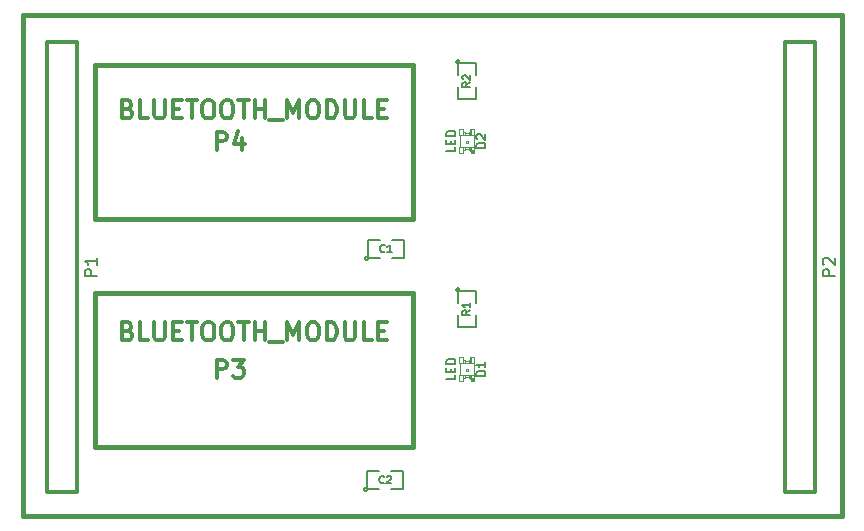
<source format=gto>
G04 (created by PCBNEW-RS274X (2011-oct-15)-testing) date Qui 03 Nov 2011 22:48:38 WET*
G01*
G70*
G90*
%MOIN*%
G04 Gerber Fmt 3.4, Leading zero omitted, Abs format*
%FSLAX34Y34*%
G04 APERTURE LIST*
%ADD10C,0.006000*%
%ADD11C,0.015000*%
%ADD12C,0.012000*%
%ADD13C,0.005000*%
%ADD14C,0.002600*%
%ADD15C,0.004000*%
%ADD16C,0.002000*%
%ADD17C,0.008000*%
G04 APERTURE END LIST*
G54D10*
G54D11*
X00100Y16800D02*
X00100Y16600D01*
X27400Y16800D02*
X00100Y16800D01*
X27400Y16600D02*
X27400Y16800D01*
X27400Y00100D02*
X27400Y16600D01*
X27000Y00100D02*
X27400Y00100D01*
X27300Y00100D02*
X27000Y00100D01*
X00100Y16600D02*
X00100Y00100D01*
X00600Y00100D02*
X00100Y00100D01*
X00600Y00100D02*
X27100Y00100D01*
G54D12*
X01900Y00900D02*
X00900Y00900D01*
X01900Y05900D02*
X01900Y00900D01*
X00900Y00900D02*
X00900Y05900D01*
X00900Y10900D02*
X00900Y15900D01*
X01900Y15900D02*
X01900Y10900D01*
X01900Y15900D02*
X00900Y15900D01*
X01900Y10900D02*
X01900Y05900D01*
X00900Y05900D02*
X00900Y10900D01*
X26500Y00900D02*
X25500Y00900D01*
X26500Y05900D02*
X26500Y00900D01*
X25500Y00900D02*
X25500Y05900D01*
X25500Y10900D02*
X25500Y15900D01*
X26500Y15900D02*
X26500Y10900D01*
X26500Y15900D02*
X25500Y15900D01*
X26500Y10900D02*
X26500Y05900D01*
X25500Y05900D02*
X25500Y10900D01*
G54D13*
X14650Y07650D02*
X14649Y07641D01*
X14646Y07631D01*
X14641Y07623D01*
X14635Y07615D01*
X14627Y07609D01*
X14619Y07604D01*
X14610Y07602D01*
X14600Y07601D01*
X14591Y07601D01*
X14582Y07604D01*
X14573Y07609D01*
X14566Y07615D01*
X14559Y07622D01*
X14555Y07631D01*
X14552Y07640D01*
X14551Y07650D01*
X14551Y07659D01*
X14554Y07668D01*
X14558Y07677D01*
X14565Y07684D01*
X14572Y07691D01*
X14580Y07695D01*
X14590Y07698D01*
X14599Y07699D01*
X14608Y07699D01*
X14618Y07696D01*
X14626Y07692D01*
X14634Y07686D01*
X14640Y07678D01*
X14645Y07670D01*
X14648Y07661D01*
X14649Y07651D01*
X14650Y07650D01*
X14600Y07200D02*
X14600Y07600D01*
X14600Y07600D02*
X15200Y07600D01*
X15200Y07600D02*
X15200Y07200D01*
X15200Y06800D02*
X15200Y06400D01*
X15200Y06400D02*
X14600Y06400D01*
X14600Y06400D02*
X14600Y06800D01*
X14650Y15250D02*
X14649Y15241D01*
X14646Y15231D01*
X14641Y15223D01*
X14635Y15215D01*
X14627Y15209D01*
X14619Y15204D01*
X14610Y15202D01*
X14600Y15201D01*
X14591Y15201D01*
X14582Y15204D01*
X14573Y15209D01*
X14566Y15215D01*
X14559Y15222D01*
X14555Y15231D01*
X14552Y15240D01*
X14551Y15250D01*
X14551Y15259D01*
X14554Y15268D01*
X14558Y15277D01*
X14565Y15284D01*
X14572Y15291D01*
X14580Y15295D01*
X14590Y15298D01*
X14599Y15299D01*
X14608Y15299D01*
X14618Y15296D01*
X14626Y15292D01*
X14634Y15286D01*
X14640Y15278D01*
X14645Y15270D01*
X14648Y15261D01*
X14649Y15251D01*
X14650Y15250D01*
X14600Y14800D02*
X14600Y15200D01*
X14600Y15200D02*
X15200Y15200D01*
X15200Y15200D02*
X15200Y14800D01*
X15200Y14400D02*
X15200Y14000D01*
X15200Y14000D02*
X14600Y14000D01*
X14600Y14000D02*
X14600Y14400D01*
G54D14*
X14782Y04804D02*
X14654Y04804D01*
X14654Y04804D02*
X14654Y04607D01*
X14782Y04607D02*
X14654Y04607D01*
X14782Y04804D02*
X14782Y04607D01*
X15027Y04804D02*
X14968Y04804D01*
X14968Y04804D02*
X14968Y04705D01*
X15027Y04705D02*
X14968Y04705D01*
X15027Y04804D02*
X15027Y04705D01*
X14832Y04804D02*
X14773Y04804D01*
X14773Y04804D02*
X14773Y04705D01*
X14832Y04705D02*
X14773Y04705D01*
X14832Y04804D02*
X14832Y04705D01*
X14978Y04804D02*
X14822Y04804D01*
X14822Y04804D02*
X14822Y04735D01*
X14978Y04735D02*
X14822Y04735D01*
X14978Y04804D02*
X14978Y04735D01*
X14782Y05393D02*
X14654Y05393D01*
X14654Y05393D02*
X14654Y05196D01*
X14782Y05196D02*
X14654Y05196D01*
X14782Y05393D02*
X14782Y05196D01*
X15146Y05393D02*
X15018Y05393D01*
X15018Y05393D02*
X15018Y05196D01*
X15146Y05196D02*
X15018Y05196D01*
X15146Y05393D02*
X15146Y05196D01*
X14832Y05295D02*
X14773Y05295D01*
X14773Y05295D02*
X14773Y05196D01*
X14832Y05196D02*
X14773Y05196D01*
X14832Y05295D02*
X14832Y05196D01*
X15027Y05295D02*
X14968Y05295D01*
X14968Y05295D02*
X14968Y05196D01*
X15027Y05196D02*
X14968Y05196D01*
X15027Y05295D02*
X15027Y05196D01*
X14978Y05265D02*
X14822Y05265D01*
X14822Y05265D02*
X14822Y05196D01*
X14978Y05196D02*
X14822Y05196D01*
X14978Y05265D02*
X14978Y05196D01*
X14939Y05000D02*
X14861Y05000D01*
X14861Y05000D02*
X14861Y04922D01*
X14939Y04922D02*
X14861Y04922D01*
X14939Y05000D02*
X14939Y04922D01*
X15136Y04804D02*
X15018Y04804D01*
X15018Y04804D02*
X15018Y04686D01*
X15136Y04686D02*
X15018Y04686D01*
X15136Y04804D02*
X15136Y04686D01*
X15146Y04636D02*
X15057Y04636D01*
X15057Y04636D02*
X15057Y04607D01*
X15146Y04607D02*
X15057Y04607D01*
X15146Y04636D02*
X15146Y04607D01*
G54D15*
X14674Y04794D02*
X14674Y05206D01*
X15126Y05196D02*
X15126Y04636D01*
G54D16*
X15105Y04666D02*
X15104Y04661D01*
X15102Y04656D01*
X15100Y04651D01*
X15096Y04647D01*
X15092Y04643D01*
X15087Y04641D01*
X15082Y04639D01*
X15077Y04639D01*
X15072Y04639D01*
X15067Y04641D01*
X15062Y04643D01*
X15058Y04646D01*
X15054Y04651D01*
X15052Y04655D01*
X15050Y04661D01*
X15050Y04666D01*
X15050Y04671D01*
X15051Y04676D01*
X15054Y04681D01*
X15057Y04685D01*
X15062Y04688D01*
X15066Y04691D01*
X15071Y04693D01*
X15077Y04693D01*
X15081Y04693D01*
X15087Y04692D01*
X15092Y04689D01*
X15096Y04686D01*
X15099Y04682D01*
X15102Y04677D01*
X15104Y04672D01*
X15104Y04666D01*
X15105Y04666D01*
G54D15*
X15037Y04607D02*
X15036Y04618D01*
X15034Y04630D01*
X15032Y04642D01*
X15028Y04653D01*
X15024Y04664D01*
X15018Y04675D01*
X15012Y04685D01*
X15004Y04695D01*
X14996Y04703D01*
X14988Y04711D01*
X14978Y04719D01*
X14968Y04725D01*
X14957Y04731D01*
X14946Y04735D01*
X14935Y04739D01*
X14923Y04741D01*
X14911Y04743D01*
X14900Y04744D01*
X14889Y04743D01*
X14877Y04741D01*
X14865Y04739D01*
X14854Y04735D01*
X14843Y04731D01*
X14832Y04725D01*
X14822Y04719D01*
X14812Y04711D01*
X14804Y04703D01*
X14796Y04695D01*
X14788Y04685D01*
X14782Y04675D01*
X14776Y04664D01*
X14772Y04653D01*
X14768Y04642D01*
X14766Y04630D01*
X14764Y04618D01*
X14763Y04607D01*
X14763Y05393D02*
X14764Y05382D01*
X14766Y05370D01*
X14768Y05358D01*
X14772Y05347D01*
X14776Y05336D01*
X14782Y05325D01*
X14788Y05315D01*
X14796Y05305D01*
X14804Y05297D01*
X14812Y05289D01*
X14822Y05281D01*
X14832Y05275D01*
X14843Y05269D01*
X14854Y05265D01*
X14865Y05261D01*
X14877Y05259D01*
X14889Y05257D01*
X14900Y05256D01*
X14911Y05257D01*
X14923Y05259D01*
X14935Y05261D01*
X14946Y05265D01*
X14957Y05269D01*
X14968Y05275D01*
X14978Y05281D01*
X14988Y05289D01*
X14996Y05297D01*
X15004Y05305D01*
X15012Y05315D01*
X15018Y05325D01*
X15024Y05336D01*
X15028Y05347D01*
X15032Y05358D01*
X15034Y05370D01*
X15036Y05382D01*
X15037Y05393D01*
G54D14*
X14782Y12404D02*
X14654Y12404D01*
X14654Y12404D02*
X14654Y12207D01*
X14782Y12207D02*
X14654Y12207D01*
X14782Y12404D02*
X14782Y12207D01*
X15027Y12404D02*
X14968Y12404D01*
X14968Y12404D02*
X14968Y12305D01*
X15027Y12305D02*
X14968Y12305D01*
X15027Y12404D02*
X15027Y12305D01*
X14832Y12404D02*
X14773Y12404D01*
X14773Y12404D02*
X14773Y12305D01*
X14832Y12305D02*
X14773Y12305D01*
X14832Y12404D02*
X14832Y12305D01*
X14978Y12404D02*
X14822Y12404D01*
X14822Y12404D02*
X14822Y12335D01*
X14978Y12335D02*
X14822Y12335D01*
X14978Y12404D02*
X14978Y12335D01*
X14782Y12993D02*
X14654Y12993D01*
X14654Y12993D02*
X14654Y12796D01*
X14782Y12796D02*
X14654Y12796D01*
X14782Y12993D02*
X14782Y12796D01*
X15146Y12993D02*
X15018Y12993D01*
X15018Y12993D02*
X15018Y12796D01*
X15146Y12796D02*
X15018Y12796D01*
X15146Y12993D02*
X15146Y12796D01*
X14832Y12895D02*
X14773Y12895D01*
X14773Y12895D02*
X14773Y12796D01*
X14832Y12796D02*
X14773Y12796D01*
X14832Y12895D02*
X14832Y12796D01*
X15027Y12895D02*
X14968Y12895D01*
X14968Y12895D02*
X14968Y12796D01*
X15027Y12796D02*
X14968Y12796D01*
X15027Y12895D02*
X15027Y12796D01*
X14978Y12865D02*
X14822Y12865D01*
X14822Y12865D02*
X14822Y12796D01*
X14978Y12796D02*
X14822Y12796D01*
X14978Y12865D02*
X14978Y12796D01*
X14939Y12600D02*
X14861Y12600D01*
X14861Y12600D02*
X14861Y12522D01*
X14939Y12522D02*
X14861Y12522D01*
X14939Y12600D02*
X14939Y12522D01*
X15136Y12404D02*
X15018Y12404D01*
X15018Y12404D02*
X15018Y12286D01*
X15136Y12286D02*
X15018Y12286D01*
X15136Y12404D02*
X15136Y12286D01*
X15146Y12236D02*
X15057Y12236D01*
X15057Y12236D02*
X15057Y12207D01*
X15146Y12207D02*
X15057Y12207D01*
X15146Y12236D02*
X15146Y12207D01*
G54D15*
X14674Y12394D02*
X14674Y12806D01*
X15126Y12796D02*
X15126Y12236D01*
G54D16*
X15105Y12266D02*
X15104Y12261D01*
X15102Y12256D01*
X15100Y12251D01*
X15096Y12247D01*
X15092Y12243D01*
X15087Y12241D01*
X15082Y12239D01*
X15077Y12239D01*
X15072Y12239D01*
X15067Y12241D01*
X15062Y12243D01*
X15058Y12246D01*
X15054Y12251D01*
X15052Y12255D01*
X15050Y12261D01*
X15050Y12266D01*
X15050Y12271D01*
X15051Y12276D01*
X15054Y12281D01*
X15057Y12285D01*
X15062Y12288D01*
X15066Y12291D01*
X15071Y12293D01*
X15077Y12293D01*
X15081Y12293D01*
X15087Y12292D01*
X15092Y12289D01*
X15096Y12286D01*
X15099Y12282D01*
X15102Y12277D01*
X15104Y12272D01*
X15104Y12266D01*
X15105Y12266D01*
G54D15*
X15037Y12207D02*
X15036Y12218D01*
X15034Y12230D01*
X15032Y12242D01*
X15028Y12253D01*
X15024Y12264D01*
X15018Y12275D01*
X15012Y12285D01*
X15004Y12295D01*
X14996Y12303D01*
X14988Y12311D01*
X14978Y12319D01*
X14968Y12325D01*
X14957Y12331D01*
X14946Y12335D01*
X14935Y12339D01*
X14923Y12341D01*
X14911Y12343D01*
X14900Y12344D01*
X14889Y12343D01*
X14877Y12341D01*
X14865Y12339D01*
X14854Y12335D01*
X14843Y12331D01*
X14832Y12325D01*
X14822Y12319D01*
X14812Y12311D01*
X14804Y12303D01*
X14796Y12295D01*
X14788Y12285D01*
X14782Y12275D01*
X14776Y12264D01*
X14772Y12253D01*
X14768Y12242D01*
X14766Y12230D01*
X14764Y12218D01*
X14763Y12207D01*
X14763Y12993D02*
X14764Y12982D01*
X14766Y12970D01*
X14768Y12958D01*
X14772Y12947D01*
X14776Y12936D01*
X14782Y12925D01*
X14788Y12915D01*
X14796Y12905D01*
X14804Y12897D01*
X14812Y12889D01*
X14822Y12881D01*
X14832Y12875D01*
X14843Y12869D01*
X14854Y12865D01*
X14865Y12861D01*
X14877Y12859D01*
X14889Y12857D01*
X14900Y12856D01*
X14911Y12857D01*
X14923Y12859D01*
X14935Y12861D01*
X14946Y12865D01*
X14957Y12869D01*
X14968Y12875D01*
X14978Y12881D01*
X14988Y12889D01*
X14996Y12897D01*
X15004Y12905D01*
X15012Y12915D01*
X15018Y12925D01*
X15024Y12936D01*
X15028Y12947D01*
X15032Y12958D01*
X15034Y12970D01*
X15036Y12982D01*
X15037Y12993D01*
G54D11*
X13100Y02400D02*
X13100Y07550D01*
X13100Y07550D02*
X02500Y07550D01*
X02500Y07550D02*
X02500Y02400D01*
X02500Y02400D02*
X13100Y02400D01*
X13100Y10000D02*
X13100Y15150D01*
X13100Y15150D02*
X02500Y15150D01*
X02500Y15150D02*
X02500Y10000D01*
X02500Y10000D02*
X13100Y10000D01*
G54D13*
X11600Y08700D02*
X11599Y08691D01*
X11596Y08681D01*
X11591Y08673D01*
X11585Y08665D01*
X11577Y08659D01*
X11569Y08654D01*
X11560Y08652D01*
X11550Y08651D01*
X11541Y08651D01*
X11532Y08654D01*
X11523Y08659D01*
X11516Y08665D01*
X11509Y08672D01*
X11505Y08681D01*
X11502Y08690D01*
X11501Y08700D01*
X11501Y08709D01*
X11504Y08718D01*
X11508Y08727D01*
X11515Y08734D01*
X11522Y08741D01*
X11530Y08745D01*
X11540Y08748D01*
X11549Y08749D01*
X11558Y08749D01*
X11568Y08746D01*
X11576Y08742D01*
X11584Y08736D01*
X11590Y08728D01*
X11595Y08720D01*
X11598Y08711D01*
X11599Y08701D01*
X11600Y08700D01*
X12000Y08700D02*
X11600Y08700D01*
X11600Y08700D02*
X11600Y09300D01*
X11600Y09300D02*
X12000Y09300D01*
X12400Y09300D02*
X12800Y09300D01*
X12800Y09300D02*
X12800Y08700D01*
X12800Y08700D02*
X12400Y08700D01*
X11576Y00994D02*
X11575Y00985D01*
X11572Y00975D01*
X11567Y00967D01*
X11561Y00959D01*
X11553Y00953D01*
X11545Y00948D01*
X11536Y00946D01*
X11526Y00945D01*
X11517Y00945D01*
X11508Y00948D01*
X11499Y00953D01*
X11492Y00959D01*
X11485Y00966D01*
X11481Y00975D01*
X11478Y00984D01*
X11477Y00994D01*
X11477Y01003D01*
X11480Y01012D01*
X11484Y01021D01*
X11491Y01028D01*
X11498Y01035D01*
X11506Y01039D01*
X11516Y01042D01*
X11525Y01043D01*
X11534Y01043D01*
X11544Y01040D01*
X11552Y01036D01*
X11560Y01030D01*
X11566Y01022D01*
X11571Y01014D01*
X11574Y01005D01*
X11575Y00995D01*
X11576Y00994D01*
X11976Y00994D02*
X11576Y00994D01*
X11576Y00994D02*
X11576Y01594D01*
X11576Y01594D02*
X11976Y01594D01*
X12376Y01594D02*
X12776Y01594D01*
X12776Y01594D02*
X12776Y00994D01*
X12776Y00994D02*
X12376Y00994D01*
G54D17*
X02562Y08105D02*
X02162Y08105D01*
X02162Y08258D01*
X02181Y08296D01*
X02200Y08315D01*
X02238Y08334D01*
X02295Y08334D01*
X02333Y08315D01*
X02352Y08296D01*
X02371Y08258D01*
X02371Y08105D01*
X02562Y08715D02*
X02562Y08486D01*
X02562Y08600D02*
X02162Y08600D01*
X02219Y08562D01*
X02257Y08524D01*
X02276Y08486D01*
X27162Y08105D02*
X26762Y08105D01*
X26762Y08258D01*
X26781Y08296D01*
X26800Y08315D01*
X26838Y08334D01*
X26895Y08334D01*
X26933Y08315D01*
X26952Y08296D01*
X26971Y08258D01*
X26971Y08105D01*
X26800Y08486D02*
X26781Y08505D01*
X26762Y08543D01*
X26762Y08639D01*
X26781Y08677D01*
X26800Y08696D01*
X26838Y08715D01*
X26876Y08715D01*
X26933Y08696D01*
X27162Y08467D01*
X27162Y08715D01*
G54D13*
X15001Y06958D02*
X14882Y06875D01*
X15001Y06816D02*
X14751Y06816D01*
X14751Y06911D01*
X14763Y06935D01*
X14775Y06946D01*
X14799Y06958D01*
X14835Y06958D01*
X14858Y06946D01*
X14870Y06935D01*
X14882Y06911D01*
X14882Y06816D01*
X15001Y07196D02*
X15001Y07054D01*
X15001Y07125D02*
X14751Y07125D01*
X14787Y07101D01*
X14811Y07077D01*
X14823Y07054D01*
X15001Y14558D02*
X14882Y14475D01*
X15001Y14416D02*
X14751Y14416D01*
X14751Y14511D01*
X14763Y14535D01*
X14775Y14546D01*
X14799Y14558D01*
X14835Y14558D01*
X14858Y14546D01*
X14870Y14535D01*
X14882Y14511D01*
X14882Y14416D01*
X14775Y14654D02*
X14763Y14666D01*
X14751Y14689D01*
X14751Y14749D01*
X14763Y14773D01*
X14775Y14785D01*
X14799Y14796D01*
X14823Y14796D01*
X14858Y14785D01*
X15001Y14642D01*
X15001Y14796D01*
X15521Y04778D02*
X15221Y04778D01*
X15221Y04850D01*
X15236Y04893D01*
X15264Y04921D01*
X15293Y04936D01*
X15350Y04950D01*
X15393Y04950D01*
X15450Y04936D01*
X15479Y04921D01*
X15507Y04893D01*
X15521Y04850D01*
X15521Y04778D01*
X15521Y05236D02*
X15521Y05064D01*
X15521Y05150D02*
X15221Y05150D01*
X15264Y05121D01*
X15293Y05093D01*
X15307Y05064D01*
X14521Y04807D02*
X14521Y04664D01*
X14221Y04664D01*
X14364Y04907D02*
X14364Y05007D01*
X14521Y05050D02*
X14521Y04907D01*
X14221Y04907D01*
X14221Y05050D01*
X14521Y05178D02*
X14221Y05178D01*
X14221Y05250D01*
X14236Y05293D01*
X14264Y05321D01*
X14293Y05336D01*
X14350Y05350D01*
X14393Y05350D01*
X14450Y05336D01*
X14479Y05321D01*
X14507Y05293D01*
X14521Y05250D01*
X14521Y05178D01*
X15521Y12378D02*
X15221Y12378D01*
X15221Y12450D01*
X15236Y12493D01*
X15264Y12521D01*
X15293Y12536D01*
X15350Y12550D01*
X15393Y12550D01*
X15450Y12536D01*
X15479Y12521D01*
X15507Y12493D01*
X15521Y12450D01*
X15521Y12378D01*
X15250Y12664D02*
X15236Y12678D01*
X15221Y12707D01*
X15221Y12778D01*
X15236Y12807D01*
X15250Y12821D01*
X15279Y12836D01*
X15307Y12836D01*
X15350Y12821D01*
X15521Y12650D01*
X15521Y12836D01*
X14521Y12407D02*
X14521Y12264D01*
X14221Y12264D01*
X14364Y12507D02*
X14364Y12607D01*
X14521Y12650D02*
X14521Y12507D01*
X14221Y12507D01*
X14221Y12650D01*
X14521Y12778D02*
X14221Y12778D01*
X14221Y12850D01*
X14236Y12893D01*
X14264Y12921D01*
X14293Y12936D01*
X14350Y12950D01*
X14393Y12950D01*
X14450Y12936D01*
X14479Y12921D01*
X14507Y12893D01*
X14521Y12850D01*
X14521Y12778D01*
G54D12*
X06558Y04707D02*
X06558Y05307D01*
X06786Y05307D01*
X06844Y05279D01*
X06872Y05250D01*
X06901Y05193D01*
X06901Y05107D01*
X06872Y05050D01*
X06844Y05021D01*
X06786Y04993D01*
X06558Y04993D01*
X07101Y05307D02*
X07472Y05307D01*
X07272Y05079D01*
X07358Y05079D01*
X07415Y05050D01*
X07444Y05021D01*
X07472Y04964D01*
X07472Y04821D01*
X07444Y04764D01*
X07415Y04736D01*
X07358Y04707D01*
X07186Y04707D01*
X07129Y04736D01*
X07101Y04764D01*
X03599Y06271D02*
X03685Y06243D01*
X03713Y06214D01*
X03742Y06157D01*
X03742Y06071D01*
X03713Y06014D01*
X03685Y05986D01*
X03627Y05957D01*
X03399Y05957D01*
X03399Y06557D01*
X03599Y06557D01*
X03656Y06529D01*
X03685Y06500D01*
X03713Y06443D01*
X03713Y06386D01*
X03685Y06329D01*
X03656Y06300D01*
X03599Y06271D01*
X03399Y06271D01*
X04285Y05957D02*
X03999Y05957D01*
X03999Y06557D01*
X04485Y06557D02*
X04485Y06071D01*
X04513Y06014D01*
X04542Y05986D01*
X04599Y05957D01*
X04713Y05957D01*
X04771Y05986D01*
X04799Y06014D01*
X04828Y06071D01*
X04828Y06557D01*
X05114Y06271D02*
X05314Y06271D01*
X05400Y05957D02*
X05114Y05957D01*
X05114Y06557D01*
X05400Y06557D01*
X05571Y06557D02*
X05914Y06557D01*
X05743Y05957D02*
X05743Y06557D01*
X06228Y06557D02*
X06342Y06557D01*
X06400Y06529D01*
X06457Y06471D01*
X06485Y06357D01*
X06485Y06157D01*
X06457Y06043D01*
X06400Y05986D01*
X06342Y05957D01*
X06228Y05957D01*
X06171Y05986D01*
X06114Y06043D01*
X06085Y06157D01*
X06085Y06357D01*
X06114Y06471D01*
X06171Y06529D01*
X06228Y06557D01*
X06857Y06557D02*
X06971Y06557D01*
X07029Y06529D01*
X07086Y06471D01*
X07114Y06357D01*
X07114Y06157D01*
X07086Y06043D01*
X07029Y05986D01*
X06971Y05957D01*
X06857Y05957D01*
X06800Y05986D01*
X06743Y06043D01*
X06714Y06157D01*
X06714Y06357D01*
X06743Y06471D01*
X06800Y06529D01*
X06857Y06557D01*
X07286Y06557D02*
X07629Y06557D01*
X07458Y05957D02*
X07458Y06557D01*
X07829Y05957D02*
X07829Y06557D01*
X07829Y06271D02*
X08172Y06271D01*
X08172Y05957D02*
X08172Y06557D01*
X08315Y05900D02*
X08772Y05900D01*
X08915Y05957D02*
X08915Y06557D01*
X09115Y06129D01*
X09315Y06557D01*
X09315Y05957D01*
X09715Y06557D02*
X09829Y06557D01*
X09887Y06529D01*
X09944Y06471D01*
X09972Y06357D01*
X09972Y06157D01*
X09944Y06043D01*
X09887Y05986D01*
X09829Y05957D01*
X09715Y05957D01*
X09658Y05986D01*
X09601Y06043D01*
X09572Y06157D01*
X09572Y06357D01*
X09601Y06471D01*
X09658Y06529D01*
X09715Y06557D01*
X10230Y05957D02*
X10230Y06557D01*
X10373Y06557D01*
X10458Y06529D01*
X10516Y06471D01*
X10544Y06414D01*
X10573Y06300D01*
X10573Y06214D01*
X10544Y06100D01*
X10516Y06043D01*
X10458Y05986D01*
X10373Y05957D01*
X10230Y05957D01*
X10830Y06557D02*
X10830Y06071D01*
X10858Y06014D01*
X10887Y05986D01*
X10944Y05957D01*
X11058Y05957D01*
X11116Y05986D01*
X11144Y06014D01*
X11173Y06071D01*
X11173Y06557D01*
X11745Y05957D02*
X11459Y05957D01*
X11459Y06557D01*
X11945Y06271D02*
X12145Y06271D01*
X12231Y05957D02*
X11945Y05957D01*
X11945Y06557D01*
X12231Y06557D01*
X06558Y12307D02*
X06558Y12907D01*
X06786Y12907D01*
X06844Y12879D01*
X06872Y12850D01*
X06901Y12793D01*
X06901Y12707D01*
X06872Y12650D01*
X06844Y12621D01*
X06786Y12593D01*
X06558Y12593D01*
X07415Y12707D02*
X07415Y12307D01*
X07272Y12936D02*
X07129Y12507D01*
X07501Y12507D01*
X03599Y13671D02*
X03685Y13643D01*
X03713Y13614D01*
X03742Y13557D01*
X03742Y13471D01*
X03713Y13414D01*
X03685Y13386D01*
X03627Y13357D01*
X03399Y13357D01*
X03399Y13957D01*
X03599Y13957D01*
X03656Y13929D01*
X03685Y13900D01*
X03713Y13843D01*
X03713Y13786D01*
X03685Y13729D01*
X03656Y13700D01*
X03599Y13671D01*
X03399Y13671D01*
X04285Y13357D02*
X03999Y13357D01*
X03999Y13957D01*
X04485Y13957D02*
X04485Y13471D01*
X04513Y13414D01*
X04542Y13386D01*
X04599Y13357D01*
X04713Y13357D01*
X04771Y13386D01*
X04799Y13414D01*
X04828Y13471D01*
X04828Y13957D01*
X05114Y13671D02*
X05314Y13671D01*
X05400Y13357D02*
X05114Y13357D01*
X05114Y13957D01*
X05400Y13957D01*
X05571Y13957D02*
X05914Y13957D01*
X05743Y13357D02*
X05743Y13957D01*
X06228Y13957D02*
X06342Y13957D01*
X06400Y13929D01*
X06457Y13871D01*
X06485Y13757D01*
X06485Y13557D01*
X06457Y13443D01*
X06400Y13386D01*
X06342Y13357D01*
X06228Y13357D01*
X06171Y13386D01*
X06114Y13443D01*
X06085Y13557D01*
X06085Y13757D01*
X06114Y13871D01*
X06171Y13929D01*
X06228Y13957D01*
X06857Y13957D02*
X06971Y13957D01*
X07029Y13929D01*
X07086Y13871D01*
X07114Y13757D01*
X07114Y13557D01*
X07086Y13443D01*
X07029Y13386D01*
X06971Y13357D01*
X06857Y13357D01*
X06800Y13386D01*
X06743Y13443D01*
X06714Y13557D01*
X06714Y13757D01*
X06743Y13871D01*
X06800Y13929D01*
X06857Y13957D01*
X07286Y13957D02*
X07629Y13957D01*
X07458Y13357D02*
X07458Y13957D01*
X07829Y13357D02*
X07829Y13957D01*
X07829Y13671D02*
X08172Y13671D01*
X08172Y13357D02*
X08172Y13957D01*
X08315Y13300D02*
X08772Y13300D01*
X08915Y13357D02*
X08915Y13957D01*
X09115Y13529D01*
X09315Y13957D01*
X09315Y13357D01*
X09715Y13957D02*
X09829Y13957D01*
X09887Y13929D01*
X09944Y13871D01*
X09972Y13757D01*
X09972Y13557D01*
X09944Y13443D01*
X09887Y13386D01*
X09829Y13357D01*
X09715Y13357D01*
X09658Y13386D01*
X09601Y13443D01*
X09572Y13557D01*
X09572Y13757D01*
X09601Y13871D01*
X09658Y13929D01*
X09715Y13957D01*
X10230Y13357D02*
X10230Y13957D01*
X10373Y13957D01*
X10458Y13929D01*
X10516Y13871D01*
X10544Y13814D01*
X10573Y13700D01*
X10573Y13614D01*
X10544Y13500D01*
X10516Y13443D01*
X10458Y13386D01*
X10373Y13357D01*
X10230Y13357D01*
X10830Y13957D02*
X10830Y13471D01*
X10858Y13414D01*
X10887Y13386D01*
X10944Y13357D01*
X11058Y13357D01*
X11116Y13386D01*
X11144Y13414D01*
X11173Y13471D01*
X11173Y13957D01*
X11745Y13357D02*
X11459Y13357D01*
X11459Y13957D01*
X11945Y13671D02*
X12145Y13671D01*
X12231Y13357D02*
X11945Y13357D01*
X11945Y13957D01*
X12231Y13957D01*
G54D13*
X12158Y08923D02*
X12146Y08911D01*
X12111Y08899D01*
X12087Y08899D01*
X12051Y08911D01*
X12027Y08935D01*
X12016Y08958D01*
X12004Y09006D01*
X12004Y09042D01*
X12016Y09089D01*
X12027Y09113D01*
X12051Y09137D01*
X12087Y09149D01*
X12111Y09149D01*
X12146Y09137D01*
X12158Y09125D01*
X12396Y08899D02*
X12254Y08899D01*
X12325Y08899D02*
X12325Y09149D01*
X12301Y09113D01*
X12277Y09089D01*
X12254Y09077D01*
X12134Y01217D02*
X12122Y01205D01*
X12087Y01193D01*
X12063Y01193D01*
X12027Y01205D01*
X12003Y01229D01*
X11992Y01252D01*
X11980Y01300D01*
X11980Y01336D01*
X11992Y01383D01*
X12003Y01407D01*
X12027Y01431D01*
X12063Y01443D01*
X12087Y01443D01*
X12122Y01431D01*
X12134Y01419D01*
X12230Y01419D02*
X12242Y01431D01*
X12265Y01443D01*
X12325Y01443D01*
X12349Y01431D01*
X12361Y01419D01*
X12372Y01395D01*
X12372Y01371D01*
X12361Y01336D01*
X12218Y01193D01*
X12372Y01193D01*
M02*

</source>
